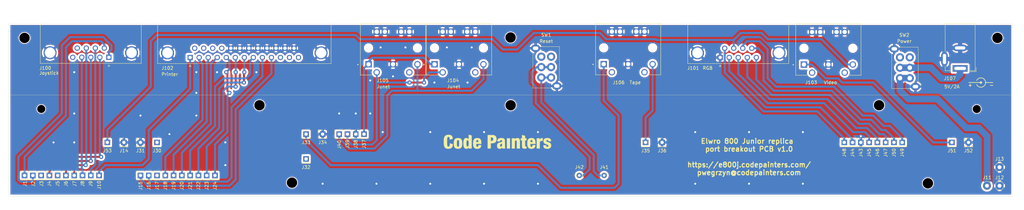
<source format=kicad_pcb>
(kicad_pcb (version 20240108) (generator "pcbnew") (generator_version "8.0")
  (layers (0 "F.Cu" signal) (31 "B.Cu" signal) (34 "B.Paste" user) (35 "F.Paste" user) (36 "B.SilkS" user "B.Silkscreen") (37 "F.SilkS" user "F.Silkscreen") (38 "B.Mask" user) (39 "F.Mask" user) (44 "Edge.Cuts" user))
  (net 0 "")
  (net 1 "Net-(J9-Pin_1)")
  (net 2 "/PA2")
  (net 3 "/PA1")
  (net 4 "/PA3")
  (net 5 "/PA4")
  (net 6 "/PA7")
  (net 7 "/PA0")
  (net 8 "/PA5")
  (net 9 "/PA6")
  (net 10 "/~{PRN_STRB}")
  (net 11 "/~{PRN_ACK}")
  (net 12 "/PRN_D7")
  (net 14 "/PRN_D0")
  (net 15 "/PRN_D1")
  (net 16 "/PRN_D2")
  (net 17 "/PRN_D6")
  (net 18 "/PRN_D5")
  (net 19 "/PRN_D4")
  (net 20 "/PRN_D3")
  (net 21 "/TAPE_OUT")
  (net 22 "GND")
  (net 23 "/TAPE_IN")
  (net 24 "/DATA_NET")
  (net 25 "/~{BUSY_NET}")
  (net 26 "/CLK_NET")
  (net 27 "Net-(J41-Pin_1)")
  (net 28 "Net-(J42-Pin_1)")
  (net 29 "/~{SYNC}")
  (net 30 "/R")
  (net 31 "/G")
  (net 32 "/B")
  (net 33 "/BRIGHT")
  (net 34 "/SYN H")
  (net 35 "/SYN V")
  (net 36 "/~{LUM}")
  (net 39 "/FON")
  (net 53 "Net-(J11-Pin_1)")
  (net 58 "Net-(J107-Pad1)")
  (footprint "Connector_PinHeader_2.54mm:PinHeader_1x01_P2.54mm_Vertical" (layer "F.Cu") (at 222.25 69.85)
    (property "Reference" "J38")
    (property "Value" "~")
  )
  (footprint "Connector_PinHeader_2.54mm:PinHeader_1x01_P2.54mm_Vertical" (layer "F.Cu") (at 176.53 82.55)
    (property "Reference" "J23")
    (property "Value" "Conn_01x01_Socket")
  )
  (footprint "e800j_custom:mth32" (layer "F.Cu") (at 202.692 84.7725)
    (property "Reference" "MH6" (hide yes))
    (property "Value" "mth32")
  )
  (footprint "Connector_PinHeader_2.54mm:PinHeader_1x01_P2.54mm_Vertical" (layer "F.Cu") (at 140.97 82.55)
    (property "Reference" "J9")
    (property "Value" "Conn_01x01_Socket")
  )
  (footprint "ports_pcb:pin24" (layer "F.Cu") (at 419.735 85.725 90)
    (property "Reference" "J12")
    (property "Value" "Conn_01x01_Socket")
  )
  (footprint "e800j_custom:mth25" (layer "F.Cu") (at 412.75 62.121)
    (property "Reference" "MH5" (hide yes))
    (property "Value" "mth25" (hide yes))
  )
  (footprint "" (layer "F.Cu") (at 419.1 40.259)
    (property "Reference" "")
    (property "Value" "")
  )
  (footprint "ports_pcb:CUI_SDS-50J" (layer "F.Cu") (at 253.92 43.354 180)
    (property "Reference" "J104")
    (property "Value" "Junet")
  )
  (footprint "e800j_custom:pin" (layer "F.Cu") (at 298.45 82.55)
    (property "Reference" "J41")
    (property "Value" "RESET1")
  )
  (footprint "Connector_PinHeader_2.54mm:PinHeader_1x01_P2.54mm_Vertical" (layer "F.Cu") (at 125.73 82.55)
    (property "Reference" "J3")
    (property "Value" "Conn_01x01_Socket")
  )
  (footprint "Connector_PinHeader_2.54mm:PinHeader_1x01_P2.54mm_Vertical" (layer "F.Cu") (at 163.83 82.55)
    (property "Reference" "J18")
    (property "Value" "Conn_01x01_Socket")
  )
  (footprint "Connector_PinHeader_2.54mm:PinHeader_1x01_P2.54mm_Vertical" (layer "F.Cu") (at 382.27 72.39)
    (property "Reference" "J46")
    (property "Value" "Conn_01x01_Socket")
  )
  (footprint "Connector_PinHeader_2.54mm:PinHeader_1x01_P2.54mm_Vertical" (layer "F.Cu") (at 128.27 82.55)
    (property "Reference" "J4")
    (property "Value" "Conn_01x01_Socket")
  )
  (footprint "Connector_PinHeader_2.54mm:PinHeader_1x01_P2.54mm_Vertical" (layer "F.Cu") (at 374.65 72.39)
    (property "Reference" "J44")
    (property "Value" "Conn_01x01_Socket")
  )
  (footprint "ports_pcb:CUI_SDS-50J" (layer "F.Cu") (at 305.816 43.307 180)
    (property "Reference" "J106")
    (property "Value" "Tape")
  )
  (footprint "e800j_custom:mth32" (layer "F.Cu") (at 192.7225 60.96)
    (property "Reference" "MH2" (hide yes))
    (property "Value" "mth32")
  )
  (footprint "e800j_custom:mth32" (layer "F.Cu") (at 382.777 60.96)
    (property "Reference" "MH4" (hide yes))
    (property "Value" "mth32")
  )
  (footprint "Connector_BarrelJack:BarrelJack_GCT_DCJ200-10-A_Horizontal" (layer "F.Cu") (at 407.644 49.636 180)
    (property "Reference" "J107")
    (property "Value" "5V/2A")
  )
  (footprint "Connector_PinHeader_2.54mm:PinHeader_1x01_P2.54mm_Vertical" (layer "F.Cu") (at 405.13 72.39)
    (property "Reference" "J51")
    (property "Value" "Conn_01x01_Socket")
  )
  (footprint "Connector_Dsub:DSUB-9_Female_Horizontal_P2.77x2.84mm_EdgePinOffset7.70mm_Housed_MountingHolesOffset9.12mm" (layer "F.Cu") (at 334.048 46.274 180)
    (property "Reference" "J101")
    (property "Value" "RGB")
  )
  (footprint "Connector_PinHeader_2.54mm:PinHeader_1x01_P2.54mm_Vertical" (layer "F.Cu") (at 135.89 82.55)
    (property "Reference" "J7")
    (property "Value" "Conn_01x01_Socket")
  )
  (footprint "Connector_PinHeader_2.54mm:PinHeader_1x01_P2.54mm_Vertical" (layer "F.Cu") (at 389.89 72.39)
    (property "Reference" "J49")
    (property "Value" "Conn_01x01_Socket")
  )
  (footprint "Connector_Dsub:DSUB-9_Male_Horizontal_P2.77x2.84mm_EdgePinOffset7.70mm_Housed_MountingHolesOffset9.12mm" (layer "F.Cu") (at 146.52 46.228669 180)
    (property "Reference" "J100")
    (property "Value" "Joystick")
  )
  (footprint "ports_pcb:logo" (layer "F.Cu") (at 266.065 73.66)
    (property "Reference" "REF**" (hide yes))
    (property "Value" "logo" (hide yes))
  )
  (footprint "Connector_PinHeader_2.54mm:PinHeader_1x01_P2.54mm_Vertical" (layer "F.Cu") (at 151.13 72.39)
    (property "Reference" "J14")
    (property "Value" "Conn_01x01_Socket")
  )
  (footprint "Connector_PinHeader_2.54mm:PinHeader_1x01_P2.54mm_Vertical" (layer "F.Cu") (at 130.81 82.55)
    (property "Reference" "J5")
    (property "Value" "Conn_01x01_Socket")
  )
  (footprint "ports_pcb:pin24" (layer "F.Cu") (at 419.735 80.01)
    (property "Reference" "J13")
    (property "Value" "Conn_01x01_Socket")
  )
  (footprint "Connector_PinHeader_2.54mm:PinHeader_1x01_P2.54mm_Vertical" (layer "F.Cu") (at 410.21 72.39)
    (property "Reference" "J52")
    (property "Value" "Conn_01x01_Socket")
  )
  (footprint "e800j_custom:pin" (layer "F.Cu") (at 290.83 82.55)
    (property "Reference" "J42")
    (property "Value" "RESET2")
  )
  (footprint "Connector_PinHeader_2.54mm:PinHeader_1x01_P2.54mm_Vertical" (layer "F.Cu") (at 311.15 72.39)
    (property "Reference" "J35")
    (property "Value" "Conn_01x01_Socket")
  )
  (footprint "Connector_PinHeader_2.54mm:PinHeader_1x01_P2.54mm_Vertical" (layer "F.Cu") (at 146.05 72.39)
    (property "Reference" "J53")
    (property "Value" "Conn_01x01_Socket")
  )
  (footprint "Connector_PinHeader_2.54mm:PinHeader_1x01_P2.54mm_Vertical" (layer "F.Cu") (at 138.43 82.55)
    (property "Reference" "J8")
    (property "Value" "Conn_01x01_Socket")
  )
  (footprint "Connector_PinHeader_2.54mm:PinHeader_1x01_P2.54mm_Vertical" (layer "F.Cu") (at 133.35 82.55)
    (property "Reference" "J6")
    (property "Value" "Conn_01x01_Socket")
  )
  (footprint "Connector_PinHeader_2.54mm:PinHeader_1x01_P2.54mm_Vertical" (layer "F.Cu") (at 387.349999 72.384457)
    (property "Reference" "J50")
    (property "Value" "Conn_01x01_Socket")
  )
  (footprint "Connector_PinHeader_2.54mm:PinHeader_1x01_P2.54mm_Vertical" (layer "F.Cu") (at 224.79 69.85)
    (property "Reference" "J37")
    (property "Value" "~")
  )
  (footprint "Connector_PinHeader_2.54mm:PinHeader_1x01_P2.54mm_Vertical" (layer "F.Cu") (at 158.75 82.55)
    (property "Reference" "J16")
    (property "Value" "Conn_01x01_Socket")
  )
  (footprint "Connector_PinHeader_2.54mm:PinHeader_1x01_P2.54mm_Vertical" (layer "F.Cu") (at 179.07 82.55)
    (property "Reference" "J24")
    (property "Value" "Conn_01x01_Socket")
  )
  (footprint "Connector_PinHeader_2.54mm:PinHeader_1x01_P2.54mm_Vertical" (layer "F.Cu") (at 156.21 72.39)
    (property "Reference" "J31")
    (property "Value" "Conn_01x01_Socket")
  )
  (footprint "Connector_PinHeader_2.54mm:PinHeader_1x01_P2.54mm_Vertical" (layer "F.Cu") (at 379.73 72.39)
    (property "Reference" "J45")
    (property "Value" "Conn_01x01_Socket")
  )
  (footprint "Connector_PinHeader_2.54mm:PinHeader_1x01_P2.54mm_Vertical" (layer "F.Cu") (at 120.65 82.55)
    (property "Reference" "J1")
    (property "Value" "Conn_01x01_Socket")
  )
  (footprint "Connector_PinHeader_2.54mm:PinHeader_1x01_P2.54mm_Vertical" (layer "F.Cu") (at 212.09 69.85)
    (property "Reference" "J34")
    (property "Value" "Conn_01x01_Socket")
  )
  (footprint "ports_pcb:CUI_SDS-50J" (layer "F.Cu") (at 367.238 43.434 180)
    (property "Reference" "J103")
    (property "Value" "Video")
  )
  (footprint "Connector_PinHeader_2.54mm:PinHeader_1x01_P2.54mm_Vertical" (layer "F.Cu") (at 207.01 69.85)
    (property "Reference" "J33")
    (property "Value" "Conn_01x01_Socket")
  )
  (footprint "ports_pcb:PS-22F03" (layer "F.Cu") (at 390.7 43.628 180)
    (property "Reference" "SW2")
    (property "Value" "Power")
  )
  (footprint "" (layer "F.Cu") (at 120.65 40.259)
    (property "Reference" "")
    (property "Value" "")
  )
  (footprint "Connector_PinHeader_2.54mm:PinHeader_1x01_P2.54mm_Vertical" (layer "F.Cu") (at 173.99 82.55)
    (property "Reference" "J22")
    (property "Value" "Conn_01x01_Socket")
  )
  (footprint "Connector_PinHeader_2.54mm:PinHeader_1x01_P2.54mm_Vertical" (layer "F.Cu") (at 219.71 69.85)
    (property "Reference" "J39")
    (property "Value" "~")
  )
  (footprint "Connector_Dsub:DSUB-25_Female_Horizontal_P2.77x2.84mm_EdgePinOffset7.70mm_Housed_MountingHolesOffset9.12mm" (layer "F.Cu") (at 171.45 46.274 180)
    (property "Reference" "J102")
    (property "Value" "Printer")
  )
  (footprint "Connector_PinHeader_2.54mm:PinHeader_1x01_P2.54mm_Vertical" (layer "F.Cu") (at 217.17 69.85)
    (property "Reference" "J40")
    (property "Value" "~")
  )
  (footprint "Connector_PinHeader_2.54mm:PinHeader_1x01_P2.54mm_Vertical" (layer "F.Cu") (at 161.29 72.39)
    (property "Reference" "J30")
    (property "Value" "Conn_01x01_Socket")
  )
  (footprint "ports_pcb:CUI_SDS-50J" (layer "F.Cu") (at 233.68 43.354 180)
    (property "Reference" "J105")
    (property "Value" "Junet")
  )
  (footprint "e800j_custom:mth25" (layer "F.Cu") (at 125.777 62.103)
    (property "Reference" "MH1" (hide yes))
    (property "Value" "mth25" (hide yes))
  )
  (footprint "Connector_PinHeader_2.54mm:PinHeader_1x01_P2.54mm_Vertical" (layer "F.Cu") (at 372.11 72.39)
    (property "Reference" "J48")
    (property "Value" "Conn_01x01_Socket")
  )
  (footprint "Connector_PinHeader_2.54mm:PinHeader_1x01_P2.54mm_Vertical" (layer "F.Cu") (at 377.19 72.39)
    (property "Reference" "J43")
    (property "Value" "Conn_01x01_Socket")
  )
  (footprint "Connector_PinHeader_2.54mm:PinHeader_1x01_P2.54mm_Vertical" (layer "F.Cu") (at 143.51 82.55)
    (property "Reference" "J10")
    (property "Value" "Conn_01x01_Socket")
  )
  (footprint "" (layer "F.Cu") (at 269.748 40.132)
    (property "Reference" "")
    (property "Value" "")
  )
  (footprint "Connector_PinHeader_2.54mm:PinHeader_1x01_P2.54mm_Vertical" (layer "F.Cu") (at 316.23 72.39)
    (property "Reference" "J36")
    (property "Value" "Conn_01x01_Socket")
  )
  (footprint "Connector_PinHeader_2.54mm:PinHeader_1x01_P2.54mm_Vertical" (layer "F.Cu") (at 166.37 82.55)
    (property "Reference" "J19")
    (property "Value" "Conn_01x01_Socket")
  )
  (footprint "e800j_custom:mth32" (layer "F.Cu") (at 269.777 60.96)
    (property "Reference" "MH3" (hide yes))
    (property "Value" "mth32")
  )
  (footprint "Connector_PinHeader_2.54mm:PinHeader_1x01_P2.54mm_Vertical" (layer "F.Cu") (at 207.01 77.47)
    (property "Reference" "J32")
    (property "Value" "Conn_01x01_Socket")
  )
  (footprint "Connector_PinHeader_2.54mm:PinHeader_1x01_P2.54mm_Vertical" (layer "F.Cu") (at 171.45 82.55)
    (property "Reference" "J21")
    (property "Value" "Conn_01x01_Socket")
  )
  (footprint "Connector_PinHeader_2.54mm:PinHeader_1x01_P2.54mm_Vertical" (layer "F.Cu") (at 168.91 82.55)
    (property "Reference" "J20")
    (property "Value" "Conn_01x01_Socket")
  )
  (footprint "ports_pcb:PS-22F03" (layer "F.Cu") (at 280.67 43.434 180)
    (property "Reference" "SW1")
    (property "Value" "Reset")
  )
  (footprint "Connector_PinHeader_2.54mm:PinHeader_1x01_P2.54mm_Vertical" (layer "F.Cu") (at 156.21 82.55)
    (property "Reference" "J15")
    (property "Value" "Conn_01x01_Socket")
  )
  (footprint "Connector_PinHeader_2.54mm:PinHeader_1x01_P2.54mm_Vertical" (layer "F.Cu") (at 123.19 82.55)
    (property "Reference" "J2")
    (property "Value" "Conn_01x01_Socket")
  )
  (footprint "ports_pcb:pin24" (layer "F.Cu") (at 415.879336 85.725 90)
    (property "Reference" "J11")
    (property "Value" "Conn_01x01_Socket")
  )
  (footprint "Connector_PinHeader_2.54mm:PinHeader_1x01_P2.54mm_Vertical" (layer "F.Cu") (at 161.29 82.55)
    (property "Reference" "J17")
    (property "Value" "Conn_01x01_Socket")
  )
  (footprint "Connector_PinHeader_2.54mm:PinHeader_1x01_P2.54mm_Vertical" (layer "F.Cu") (at 384.81 72.39)
    (property "Reference" "J47")
    (property "Value" "Conn_01x01_Socket")
  )
  (footprint "e800j_custom:mth32" (layer "F.Cu") (at 397.764 84.963)
    (property "Reference" "MH7" (hide yes))
    (property "Value" "mth32" (hide yes))
  )
  (gr_line (start 115.824 57.785) (end 423.799 57.785) (stroke (width 0.05)) (layer "F.SilkS"))
  (gr_circle (center 414.02 53.975001) (end 414.02 54.279801) (stroke (width 0.1)) (fill solid) (layer "F.SilkS"))
  (gr_line (start 414.02 53.975001) (end 410.337 53.975001) (stroke (width 0.2032)) (layer "F.SilkS"))
  (gr_line (start 415.461971 53.974999) (end 417.703 53.975) (stroke (width 0.2032)) (layer "F.SilkS"))
  (gr_arc (start 412.730262 53.330131) (mid 415.461971 53.975) (end 412.730263 54.619872) (stroke (width 0.2032)) (layer "F.SilkS"))
  (gr_line (start 115.824 57.785) (end 115.824 35.814) (stroke (width 0.05)) (layer "Edge.Cuts"))
  (gr_line (start 115.824 88.9) (end 423.799 88.9) (stroke (width 0.05)) (layer "Edge.Cuts"))
  (gr_line (start 115.824 88.9) (end 115.824 57.785) (stroke (width 0.05)) (layer "Edge.Cuts"))
  (gr_line (start 423.799 57.785) (end 423.799 88.9) (stroke (width 0.05)) (layer "Edge.Cuts"))
  (gr_line (start 423.799 35.814) (end 115.824 35.814) (stroke (width 0.05)) (layer "Edge.Cuts"))
  (gr_line (start 423.799 57.785) (end 423.799 35.814) (stroke (width 0.05)) (layer "Edge.Cuts"))
  (gr_text "Elwro 800 Junior replica \nport breakout PCB v1.0\n\nhttps://e800j.codepainters.com/\npwegrzyn@codepainters.com" (at 342.9 82.55 0) (layer "F.SilkS") (effects (font (size 1.5 1.5) (thickness 0.3) (bold yes)) (justify bottom)))
  (gr_text "-" (at 416.56 55.372 0) (layer "F.SilkS") (effects (font (size 1 1) (thickness 0.2) (bold yes)) (justify left bottom)))
  (gr_text "+" (at 410.21 54.102 -90) (layer "F.SilkS") (effects (font (size 1 1) (thickness 0.2) (bold yes)) (justify left bottom)))
  (segment (start 142.365 79.25) (end 140.97 80.645) (width 0.6096) (layer "B.Cu") (net 1))
  (segment (start 140.97 80.645) (end 140.97 82.55) (width 0.6096) (layer "B.Cu") (net 1))
  (segment (start 142.365 43.388669) (end 142.365 79.25) (width 0.6096) (layer "B.Cu") (net 1))
  (segment (start 132.08 80.01) (end 129.54 80.01) (width 0.6096) (layer "F.Cu") (net 2))
  (segment (start 144.145 76.835) (end 135.255 76.835) (width 0.6096) (layer "F.Cu") (net 2))
  (segment (start 129.54 80.01) (end 128.27 81.28) (width 0.6096) (layer "F.Cu") (net 2))
  (segment (start 128.27 81.28) (end 128.27 82.55) (width 0.6096) (layer "F.Cu") (net 2))
  (segment (start 135.255 76.835) (end 132.08 80.01) (width 0.6096) (layer "F.Cu") (net 2))
  (via (at 144.145 76.835) (size 1.27) (drill 0.6) (layers "F.Cu" "B.Cu") (net 2))
  (segment (start 143.75 46.228669) (end 143.75 76.44) (width 0.6096) (layer "B.Cu") (net 2))
  (segment (start 143.75 76.44) (end 144.145 76.835) (width 0.6096) (layer "B.Cu") (net 2))
  (segment (start 140.97 78.105) (end 135.89 78.105) (width 0.6096) (layer "F.Cu") (net 3))
  (segment (start 135.89 78.105) (end 133.35 80.645) (width 0.6096) (layer "F.Cu") (net 3))
  (segment (start 133.35 80.645) (end 133.35 82.55) (width 0.6096) (layer "F.Cu") (net 3))
  (via (at 140.97 78.105) (size 1.27) (drill 0.6) (layers "F.Cu" "B.Cu") (net 3))
  (segment (start 140.98 46.228669) (end 140.98 56.515) (width 0.6096) (layer "B.Cu") (net 3))
  (segment (start 140.98 56.515) (end 140.98 78.095) (width 0.6096) (layer "B.Cu") (net 3))
  (segment (start 140.98 78.095) (end 140.97 78.105) (width 0.6096) (layer "B.Cu") (net 3))
  (segment (start 132.08 63.5) (end 132.08 42.545) (width 0.6096) (layer "B.Cu") (net 4))
  (segment (start 132.08 42.545) (end 134.62 40.005) (width 0.6096) (layer "B.Cu") (net 4))
  (segment (start 134.62 40.005) (end 144.78 40.005) (width 0.6096) (layer "B.Cu") (net 4))
  (segment (start 147.32 43.815) (end 146.52 44.615) (width 0.6096) (layer "B.Cu") (net 4))
  (segment (start 146.52 44.615) (end 146.52 46.228669) (width 0.6096) (layer "B.Cu") (net 4))
  (segment (start 147.32 42.545) (end 147.32 43.815) (width 0.6096) (layer "B.Cu") (net 4))
  (segment (start 123.19 84.1375) (end 122.8725 84.455) (width 0.6096) (layer "B.Cu") (net 4))
  (segment (start 119.38 84.455) (end 118.745 83.82) (width 0.6096) (layer "B.Cu") (net 4))
  (segment (start 123.19 82.55) (end 123.19 84.1375) (width 0.6096) (layer "B.Cu") (net 4))
  (segment (start 144.78 40.005) (end 147.32 42.545) (width 0.6096) (layer "B.Cu") (net 4))
  (segment (start 122.8725 84.455) (end 119.38 84.455) (width 0.6096) (layer "B.Cu") (net 4))
  (segment (start 118.745 83.82) (end 118.745 76.835) (width 0.6096) (layer "B.Cu") (net 4))
  (segment (start 118.745 76.835) (end 132.08 63.5) (width 0.6096) (layer "B.Cu") (net 4))
  (segment (start 133.35 43.18) (end 133.35 64.135) (width 0.6096) (layer "B.Cu") (net 5))
  (segment (start 133.35 64.135) (end 120.65 76.835) (width 0.6096) (layer "B.Cu") (net 5))
  (segment (start 144.145 41.275) (end 135.255 41.275) (width 0.6096) (layer "B.Cu") (net 5))
  (segment (start 145.135 43.388669) (end 145.135 42.265) (width 0.6096) (layer "B.Cu") (net 5))
  (segment (start 135.255 41.275) (end 133.35 43.18) (width 0.6096) (layer "B.Cu") (net 5))
  (segment (start 120.65 76.835) (end 120.65 82.55) (width 0.6096) (layer "B.Cu") (net 5))
  (segment (start 145.135 42.265) (end 144.145 41.275) (width 0.6096) (layer "B.Cu") (net 5))
  (segment (start 136.525 79.375) (end 135.89 80.01) (width 0.6096) (layer "F.Cu") (net 6))
  (segment (start 139.3825 79.375) (end 136.525 79.375) (width 0.6096) (layer "F.Cu") (net 6))
  (segment (start 135.89 80.01) (end 135.89 82.55) (width 0.6096) (layer "F.Cu") (net 6))
  (via (at 139.3825 79.375) (size 1.27) (drill 0.6) (layers "F.Cu" "B.Cu") (net 6))
  (segment (start 139.3825 79.375) (end 139.595 79.1625) (width 0.6096) (layer "B.Cu") (net 6))
  (segment (start 139.595 79.1625) (end 139.595 43.388669) (width 0.6096) (layer "B.Cu") (net 6))
  (segment (start 138.21 46.228669) (end 138.21 80.425) (width 0.6096) (layer "B.Cu") (net 7))
  (segment (start 138.21 80.425) (end 138.43 80.645) (width 0.6096) (layer "B.Cu") (net 7))
  (segment (start 138.43 80.645) (end 138.43 82.55) (width 0.6096) (layer "B.Cu") (net 7))
  (segment (start 145.415 79.375) (end 156.845 79.375) (width 0.6096) (layer "B.Cu") (net 10))
  (segment (start 158.75 68.58) (end 171.45 55.88) (width 0.6096) (layer "B.Cu") (net 10))
  (segment (start 143.51 82.55) (end 143.51 81.28) (width 0.6096) (layer "B.Cu") (net 10))
  (segment (start 143.51 81.28) (end 145.415 79.375) (width 0.6096) (layer "B.Cu") (net 10))
  (segment (start 171.45 55.88) (end 171.45 46.355) (width 0.6096) (layer "B.Cu") (net 10))
  (segment (start 156.845 79.375) (end 158.75 77.47) (width 0.6096) (layer "B.Cu") (net 10))
  (segment (start 158.75 77.47) (end 158.75 68.58) (width 0.6096) (layer "B.Cu") (net 10))
  (segment (start 185.42 62.23) (end 185.42 83.82) (width 0.6096) (layer "B.Cu") (net 11))
  (segment (start 158.4325 85.725) (end 156.21 83.5025) (width 0.6096) (layer "B.Cu") (net 11))
  (segment (start 196.38 51.27) (end 185.42 62.23) (width 0.6096) (layer "B.Cu") (net 11))
  (segment (start 196.38 46.274) (end 196.38 51.27) (width 0.6096) (layer "B.Cu") (net 11))
  (segment (start 156.21 83.5025) (end 156.21 82.55) (width 0.6096) (layer "B.Cu") (net 11))
  (segment (start 185.42 83.82) (end 183.515 85.725) (width 0.6096) (layer "B.Cu") (net 11))
  (segment (start 183.515 85.725) (end 158.4325 85.725) (width 0.6096) (layer "B.Cu") (net 11))
  (segment (start 184.15 83.185) (end 182.88 84.455) (width 0.6096) (layer "B.Cu") (net 12))
  (segment (start 193.61 52.135) (end 184.15 61.595) (width 0.6096) (layer "B.Cu") (net 12))
  (segment (start 158.75 83.82) (end 158.75 82.55) (width 0.6096) (layer "B.Cu") (net 12))
  (segment (start 159.385 84.455) (end 158.75 83.82) (width 0.6096) (layer "B.Cu") (net 12))
  (segment (start 193.61 46.274) (end 193.61 52.135) (width 0.6096) (layer "B.Cu") (net 12))
  (segment (start 182.88 84.455) (end 159.385 84.455) (width 0.6096) (layer "B.Cu") (net 12))
  (segment (start 184.15 61.595) (end 184.15 83.185) (width 0.6096) (layer "B.Cu") (net 12))
  (segment (start 175.26 48.26) (end 175.26 65.405) (width 0.6096) (layer "B.Cu") (net 14))
  (segment (start 175.26 65.405) (end 163.83 76.835) (width 0.6096) (layer "B.Cu") (net 14))
  (segment (start 163.83 76.835) (end 163.83 82.55) (width 0.6096) (layer "B.Cu") (net 14))
  (segment (start 174.22 47.22) (end 175.26 48.26) (width 0.6096) (layer "B.Cu") (net 14))
  (segment (start 174.22 46.274) (end 174.22 47.22) (width 0.6096) (layer "B.Cu") (net 14))
  (segment (start 176.53 47.91) (end 176.53 66.04) (width 0.6096) (layer "B.Cu") (net 15))
  (segment (start 176.99 46.274) (end 176.99 47.45) (width 0.6096) (layer "B.Cu") (net 15))
  (segment (start 176.53 66.04) (end 166.37 76.2) (width 0.6096) (layer "B.Cu") (net 15))
  (segment (start 176.99 47.45) (end 176.53 47.91) (width 0.6096) (layer "B.Cu") (net 15))
  (segment (start 166.37 76.2) (end 166.37 82.55) (width 0.6096) (layer "B.Cu") (net 15))
  (segment (start 177.8 66.675) (end 168.91 75.565) (width 0.6096) (layer "B.Cu") (net 16))
  (segment (start 179.76 46.274) (end 177.8 48.234) (width 0.6096) (layer "B.Cu") (net 16))
  (segment (start 177.8 48.234) (end 177.8 66.675) (width 0.6096) (layer "B.Cu") (net 16))
  (segment (start 168.91 75.565) (end 168.91 82.55) (width 0.6096) (layer "B.Cu") (net 16))
  (segment (start 179.07 55.245) (end 179.07 67.31) (width 0.6096) (layer "B.Cu") (net 17))
  (segment (start 179.07 67.31) (end 171.45 74.93) (width 0.6096) (layer "B.Cu") (net 17))
  (segment (start 190.84 46.274) (end 189.865 47.249) (width 0.6096) (layer "B.Cu") (net 17))
  (segment (start 171.45 74.93) (end 171.45 82.55) (width 0.6096) (layer "B.Cu") (net 17))
  (segment (start 188.595 52.705) (end 181.61 52.705) (width 0.6096) (layer "B.Cu") (net 17))
  (segment (start 189.865 47.249) (end 189.865 51.435) (width 0.6096) (layer "B.Cu") (net 17))
  (segment (start 189.865 51.435) (end 188.595 52.705) (width 0.6096) (layer "B.Cu") (net 17))
  (segment (start 181.61 52.705) (end 179.07 55.245) (width 0.6096) (layer "B.Cu") (net 17))
  (segment (start 187.96 50.91) (end 188.07 50.8) (width 0.6096) (layer "F.Cu") (net 18))
  (segment (start 187.96 53.975) (end 187.96 50.91) (width 0.6096) (layer "F.Cu") (net 18))
  (via (at 187.96 53.975) (size 1.27) (drill 0.6) (layers "F.Cu" "B.Cu") (net 18))
  (via (at 188.07 50.8) (size 1.27) (drill 0.6) (layers "F.Cu" "B.Cu") (net 18))
  (segment (start 188.07 50.8) (end 188.07 46.274) (width 0.6096) (layer "B.Cu") (net 18))
  (segment (start 187.96 53.975) (end 182.245 53.975) (width 0.6096) (layer "B.Cu") (net 18))
  (segment (start 182.245 53.975) (end 180.34 55.88) (width 0.6096) (layer "B.Cu") (net 18))
  (segment (start 173.99 74.295) (end 173.99 82.55) (width 0.6096) (layer "B.Cu") (net 18))
  (segment (start 180.34 67.945) (end 173.99 74.295) (width 0.6096) (layer "B.Cu") (net 18))
  (segment (start 180.34 55.88) (end 180.34 67.945) (width 0.6096) (layer "B.Cu") (net 18))
  (segment (start 185.42 55.245) (end 185.42 50.8) (width 0.6096) (layer "F.Cu") (net 19))
  (via (at 185.42 50.8) (size 1.27) (drill 0.6) (layers "F.Cu" "B.Cu") (net 19))
  (via (at 185.42 55.245) (size 1.27) (drill 0.6) (layers "F.Cu" "B.Cu") (net 19))
  (segment (start 181.61 68.58) (end 176.53 73.66) (width 0.6096) (layer "B.Cu") (net 19))
  (segment (start 176.53 73.66) (end 176.53 82.55) (width 0.6096) (layer "B.Cu") (net 19))
  (segment (start 185.42 55.245) (end 182.88 55.245) (width 0.6096) (layer "B.Cu") (net 19))
  (segment (start 185.42 46.394) (end 185.3 46.274) (width 0.6096) (layer "B.Cu") (net 19))
  (segment (start 182.88 55.245) (end 181.61 56.515) (width 0.6096) (layer "B.Cu") (net 19))
  (segment (start 185.42 50.8) (end 185.42 46.394) (width 0.6096) (layer "B.Cu") (net 19))
  (segment (start 181.61 56.515) (end 181.61 68.58) (width 0.6096) (layer "B.Cu") (net 19))
  (segment (start 182.88 56.515) (end 182.88 51.15) (width 0.6096) (layer "F.Cu") (net 20))
  (segment (start 183.515 57.15) (end 182.88 56.515) (width 0.6096) (layer "F.Cu") (net 20))
  (segment (start 182.88 51.15) (end 182.53 50.8) (width 0.6096) (layer "F.Cu") (net 20))
  (via (at 182.53 50.8) (size 1.27) (drill 0.6) (layers "F.Cu" "B.Cu") (net 20))
  (via (at 183.515 57.15) (size 1.27) (drill 0.6) (layers "F.Cu" "B.Cu") (net 20))
  (segment (start 183.515 47.259) (end 182.53 46.274) (width 0.6096) (layer "B.Cu") (net 20))
  (segment (start 182.88 57.785) (end 182.88 69.215) (width 0.6096) (layer "B.Cu") (net 20))
  (segment (start 182.88 69.215) (end 179.07 73.025) (width 0.6096) (layer "B.Cu") (net 20))
  (segment (start 182.53 50.8) (end 183.515 49.815) (width 0.6096) (layer "B.Cu") (net 20))
  (segment (start 179.07 73.025) (end 179.07 82.55) (width 0.6096) (layer "B.Cu") (net 20))
  (segment (start 183.515 57.15) (end 182.88 57.785) (width 0.6096) (layer "B.Cu") (net 20))
  (segment (start 183.515 49.815) (end 183.515 47.259) (width 0.6096) (layer "B.Cu") (net 20))
  (segment (start 301.625 86.36) (end 285.115 86.36) (width 0.6096) (layer "B.Cu") (net 21))
  (segment (start 302.895 64.135) (end 302.895 85.09) (width 0.6096) (layer "B.Cu") (net 21))
  (segment (start 214.63 79.375) (end 207.01 71.755) (width 0.6096) (layer "B.Cu") (net 21))
  (segment (start 298.316 59.556) (end 302.895 64.135) (width 0.6096) (layer "B.Cu") (net 21))
  (segment (start 207.01 71.755) (end 207.01 69.85) (width 0.6096) (layer "B.Cu") (net 21))
  (segment (start 298.316 48.307) (end 298.316 59.556) (width 0.6096) (layer "B.Cu") (net 21))
  (segment (start 278.13 79.375) (end 214.63 79.375) (width 0.6096) (layer "B.Cu") (net 21))
  (segment (start 302.895 85.09) (end 301.625 86.36) (width 0.6096) (layer "B.Cu") (net 21))
  (segment (start 285.115 86.36) (end 278.13 79.375) (width 0.6096) (layer "B.Cu") (net 21))
  (via (at 165.1 69.85) (size 1.27) (drill 0.6) (layers "F.Cu" "B.Cu") (net 22))
  (via (at 217.17 63.5) (size 1.27) (drill 0.6) (layers "F.Cu" "B.Cu") (net 22))
  (via (at 222.25 63.5) (size 1.27) (drill 0.6) (layers "F.Cu" "B.Cu") (net 22))
  (via (at 245.11 69.215) (size 1.27) (drill 0.6) (layers "F.Cu" "B.Cu") (net 22))
  (via (at 326.39 69.215) (size 1.27) (drill 0.6) (layers "F.Cu" "B.Cu") (net 22))
  (via (at 237.49 43.18) (size 1.27) (drill 0.6) (layers "F.Cu" "B.Cu") (net 22))
  (via (at 278.13 69.215) (size 1.27) (drill 0.6) (layers "F.Cu" "B.Cu") (net 22))
  (via (at 261.62 69.215) (size 1.27) (drill 0.6) (layers "F.Cu" "B.Cu") (net 22))
  (via (at 377.19 70.485) (size 1.27) (drill 0.6) (layers "F.Cu" "B.Cu") (net 22))
  (via (at 173.355 57.15) (size 1.27) (drill 0.6) (layers "F.Cu" "B.Cu") (net 22))
  (via (at 342.9 85.09) (size 1.27) (drill 0.6) (layers "F.Cu" "B.Cu") (net 22))
  (via (at 246.38 53.975) (size 1.27) (drill 0.6) (layers "F.Cu" "B.Cu") (net 22))
  (via (at 156.21 64.135) (size 1.27) (drill 0.6) (layers "F.Cu" "B.Cu") (net 22))
  (via (at 173.355 50.8) (size 1.27) (drill 0.6) (layers "F.Cu" "B.Cu") (net 22))
  (via (at 250.19 43.18) (size 1.27) (drill 0.6) (layers "F.Cu" "B.Cu") (net 22))
  (via (at 191.77 50.8) (size 1.27) (drill 0.6) (layers "F.Cu" "B.Cu") (net 22))
  (via (at 226.695 53.34) (size 1.27) (drill 0.6) (layers "F.Cu" "B.Cu") (net 22))
  (via (at 182.245 79.375) (size 1.27) (drill 0.6) (layers "F.Cu" "B.Cu") (net 22))
  (via (at 359.41 85.09) (size 1.27) (drill 0.6) (layers "F.Cu" "B.Cu") (net 22))
  (via (at 233.68 52.07) (size 1.27) (drill 0.6) (layers "F.Cu" "B.Cu") (net 22))
  (via (at 326.39 85.09) (size 1.27) (drill 0.6) (layers "F.Cu" "B.Cu") (net 22))
  (via (at 278.13 85.09) (size 1.27) (drill 0.6) (layers "F.Cu" "B.Cu") (net 22))
  (via (at 256.54 53.975) (size 1.27) (drill 0.6) (layers "F.Cu" "B.Cu") (net 22))
  (via (at 179.705 50.8) (size 1.27) (drill 0.6) (layers "F.Cu" "B.Cu") (net 22))
  (via (at 245.11 85.09) (size 1.27) (drill 0.6) (layers "F.Cu" "B.Cu") (net 22))
  (via (at 173.355 64.135) (size 1.27) (drill 0.6) (layers "F.Cu" "B.Cu") (net 22))
  (via (at 135.89 63.5) (size 1.27) (drill 0.6) (layers "F.Cu" "B.Cu") (net 22))
  (via (at 135.89 72.39) (size 1.27) (drill 0.6) (layers "F.Cu" "B.Cu") (net 22))
  (via (at 230.505 69.215) (size 1.27) (drill 0.6) (layers "F.Cu" "B.Cu") (net 22))
  (via (at 229.87 43.18) (size 1.27) (drill 0.6) (layers "F.Cu" "B.Cu") (net 22))
  (via (at 135.89 50.8) (size 1.27) (drill 0.6) (layers "F.Cu" "B.Cu") (net 22))
  (via (at 212.09 85.09) (size 1.27) (drill 0.6) (layers "F.Cu" "B.Cu") (net 22))
  (via (at 228.6 85.09) (size 1.27) (drill 0.6) (layers "F.Cu" "B.Cu") (net 22))
  (via (at 226.695 63.5) (size 1.27) (drill 0.6) (layers "F.Cu" "B.Cu") (net 22))
  (via (at 261.62 85.09) (size 1.27) (drill 0.6) (layers "F.Cu" "B.Cu") (net 22))
  (via (at 359.41 69.215) (size 1.27) (drill 0.6) (layers "F.Cu" "B.Cu") (net 22))
  (via (at 129.54 72.39) (size 1.27) (drill 0.6) (layers "F.Cu" "B.Cu") (net 22))
  (via (at 182.245 72.39) (size 1.27) (drill 0.6) (layers "F.Cu" "B.Cu") (net 22))
  (via (at 342.9 69.215) (size 1.27) (drill 0.6) (layers "F.Cu" "B.Cu") (net 22))
  (via (at 257.81 43.18) (size 1.27) (drill 0.6) (layers "F.Cu" "B.Cu") (net 22))
  (segment (start 313.316 48.307) (end 313.316 62.604) (width 0.6096) (layer "B.Cu") (net 23))
  (segment (start 313.316 62.604) (end 311.15 64.77) (width 0.6096) (layer "B.Cu") (net 23))
  (segment (start 311.15 64.77) (end 311.15 72.39) (width 0.6096) (layer "B.Cu") (net 23))
  (segment (start 226.06 47.625) (end 226.06 48.26) (width 0.6096) (layer "B.Cu") (net 24))
  (segment (start 227.33 46.355) (end 226.06 47.625) (width 0.6096) (layer "B.Cu") (net 24))
  (segment (start 245.204 48.354) (end 243.205 46.355) (width 0.6096) (layer "B.Cu") (net 24))
  (segment (start 243.205 46.355) (end 227.33 46.355) (width 0.6096) (layer "B.Cu") (net 24))
  (segment (start 246.42 48.354) (end 245.204 48.354) (width 0.6096) (layer "B.Cu") (net 24))
  (segment (start 224.79 49.53) (end 224.79 69.85) (width 0.6096) (layer "B.Cu") (net 24))
  (segment (start 225.966 48.354) (end 224.79 49.53) (width 0.6096) (layer "B.Cu") (net 24))
  (segment (start 226.18 48.354) (end 225.966 48.354) (width 0.6096) (layer "B.Cu") (net 24))
  (segment (start 238.76 53.975) (end 243.205 53.975) (width 0.6096) (layer "F.Cu") (net 25))
  (via (at 238.76 53.975) (size 1.27) (drill 0.6) (layers "F.Cu" "B.Cu") (net 25))
  (via (at 243.205 53.975) (size 1.27) (drill 0.6) (layers "F.Cu" "B.Cu") (net 25))
  (segment (start 220.98 73.025) (end 219.71 71.755) (width 0.6096) (layer "B.Cu") (net 25))
  (segment (start 228.68 53.975) (end 228.68 53.34) (width 0.6096) (layer "B.Cu") (net 25))
  (segment (start 238.76 53.975) (end 228.68 53.975) (width 0.6096) (layer "B.Cu") (net 25))
  (segment (start 219.71 71.755) (end 219.71 69.85) (width 0.6096) (layer "B.Cu") (net 25))
  (segment (start 228.68 53.34) (end 228.68 71.675) (width 0.6096) (layer "B.Cu") (net 25))
  (segment (start 227.33 73.025) (end 220.98 73.025) (width 0.6096) (layer "B.Cu") (net 25))
  (segment (start 243.205 53.975) (end 243.205 52.451) (width 0.6096) (layer "B.Cu") (net 25))
  (segment (start 228.68 50.854) (end 228.68 53.34) (width 0.6096) (layer "B.Cu") (net 25))
  (segment (start 244.802 50.854) (end 248.92 50.854) (width 0.6096) (layer "B.Cu") (net 25))
  (segment (start 228.68 71.675) (end 227.33 73.025) (width 0.6096) (layer "B.Cu") (net 25))
  (segment (start 243.205 52.451) (end 244.802 50.854) (width 0.6096) (layer "B.Cu") (net 25))
  (segment (start 217.17 71.12) (end 220.345 74.295) (width 0.6096) (layer "B.Cu") (net 26))
  (segment (start 217.17 69.85) (end 217.17 71.12) (width 0.6096) (layer "B.Cu") (net 26))
  (segment (start 241.18 56.515) (end 241.18 53.975) (width 0.6096) (layer "B.Cu") (net 26))
  (segment (start 261.42 52.905) (end 257.81 56.515) (width 0.6096) (layer "B.Cu") (net 26))
  (segment (start 231.902 70.358) (end 231.902 57.912) (width 0.6096) (layer "B.Cu") (net 26))
  (segment (start 233.299 56.515) (end 241.18 56.515) (width 0.6096) (layer "B.Cu") (net 26))
  (segment (start 257.81 56.515) (end 241.18 56.515) (width 0.6096) (layer "B.Cu") (net 26))
  (segment (start 261.42 48.354) (end 261.42 52.905) (width 0.6096) (layer "B.Cu") (net 26))
  (segment (start 220.345 74.295) (end 227.965 74.295) (width 0.6096) (layer "B.Cu") (net 26))
  (segment (start 231.902 57.912) (end 233.299 56.515) (width 0.6096) (layer "B.Cu") (net 26))
  (segment (start 227.965 74.295) (end 231.902 70.358) (width 0.6096) (layer "B.Cu") (net 26))
  (segment (start 241.18 53.975) (end 241.18 48.354) (width 0.6096) (layer "B.Cu") (net 26))
  (segment (start 279.17 60.095) (end 295.275 76.2) (width 0.6096) (layer "B.Cu") (net 27))
  (segment (start 295.275 81.28) (end 296.545 82.55) (width 0.6096) (layer "B.Cu") (net 27))
  (segment (start 296.545 82.55) (end 298.45 82.55) (width 0.6096) (layer "B.Cu") (net 27))
  (segment (start 279.17 52.434) (end 279.17 60.095) (width 0.6096) (layer "B.Cu") (net 27))
  (segment (start 282.17 52.434) (end 279.163 52.434) (width 0.6096) (layer "B.Cu") (net 27))
  (segment (start 279.163 52.434) (end 279.146 52.451) (width 0.6096) (layer "B.Cu") (net 27))
  (segment (start 295.275 76.2) (end 295.275 81.28) (width 0.6096) (layer "B.Cu") (net 27))
  (segment (start 276.225 53.975) (end 277.495 55.245) (width 0.6096) (layer "B.Cu") (net 28))
  (segment (start 276.225 50.8) (end 276.225 53.975) (width 0.6096) (layer "B.Cu") (net 28))
  (segment (start 282.17 49.234) (end 280.839 49.234) (width 0.6096) (layer "B.Cu") (net 28))
  (segment (start 277.791 49.234) (end 276.225 50.8) (width 0.6096) (layer "B.Cu") (net 28))
  (segment (start 294.005 80.645) (end 292.1 82.55) (width 0.6096) (layer "B.Cu") (net 28))
  (segment (start 280.839 49.234) (end 280.797 49.276) (width 0.6096) (layer "B.Cu") (net 28))
  (segment (start 277.495 55.245) (end 277.495 60.325) (width 0.6096) (layer "B.Cu") (net 28))
  (segment (start 292.1 82.55) (end 290.83 82.55) (width 0.6096) (layer "B.Cu") (net 28))
  (segment (start 277.495 60.325) (end 294.005 76.835) (width 0.6096) (layer "B.Cu") (net 28))
  (segment (start 294.005 76.835) (end 294.005 80.645) (width 0.6096) (layer "B.Cu") (net 28))
  (segment (start 279.17 49.234) (end 277.791 49.234) (width 0.6096) (layer "B.Cu") (net 28))
  (segment (start 280.755 49.234) (end 280.797 49.276) (width 0.6096) (layer "B.Cu") (net 28))
  (segment (start 279.17 49.234) (end 280.755 49.234) (width 0.6096) (layer "B.Cu") (net 28))
  (segment (start 374.65 71.4375) (end 374.65 72.39) (width 0.6096) (layer "B.Cu") (net 29))
  (segment (start 336.818 50.433) (end 347.98 61.595) (width 0.6096) (layer "B.Cu") (net 29))
  (segment (start 336.818 46.274) (end 336.818 50.433) (width 0.6096) (layer "B.Cu") (net 29))
  (segment (start 364.8075 61.595) (end 374.65 71.4375) (width 0.6096) (layer "B.Cu") (net 29))
  (segment (start 347.98 61.595) (end 364.8075 61.595) (width 0.6096) (layer "B.Cu") (net 29))
  (segment (start 339.588 46.274) (end 339.588 51.298) (width 0.6096) (layer "B.Cu") (net 30))
  (segment (start 379.73 70.485) (end 379.73 72.39) (width 0.6096) (layer "B.Cu") (net 30))
  (segment (start 339.588 51.298) (end 348.615 60.325) (width 0.6096) (layer "B.Cu") (net 30))
  (segment (start 348.615 60.325) (end 365.91875 60.325) (width 0.6096) (layer "B.Cu") (net 30))
  (segment (start 378.46 69.215) (end 379.73 70.485) (width 0.6096) (layer "B.Cu") (net 30))
  (segment (start 365.91875 60.325) (end 374.80875 69.215) (width 0.6096) (layer "B.Cu") (net 30))
  (segment (start 374.80875 69.215) (end 378.46 69.215) (width 0.6096) (layer "B.Cu") (net 30))
  (segment (start 349.25 59.055) (end 366.87125 59.055) (width 0.6096) (layer "B.Cu") (net 31))
  (segment (start 342.358 52.163) (end 349.25 59.055) (width 0.6096) (layer "B.Cu") (net 31))
  (segment (start 382.27 71.12) (end 382.27 72.39) (width 0.6096) (layer "B.Cu") (net 31))
  (segment (start 342.358 46.274) (end 342.358 52.163) (width 0.6096) (layer "B.Cu") (net 31))
  (segment (start 379.095 67.945) (end 382.27 71.12) (width 0.6096) (layer "B.Cu") (net 31))
  (segment (start 375.76125 67.945) (end 379.095 67.945) (width 0.6096) (layer "B.Cu") (net 31))
  (segment (start 366.87125 59.055) (end 375.76125 67.945) (width 0.6096) (layer "B.Cu") (net 31))
  (segment (start 384.175 69.85) (end 384.81 70.485) (width 0.6096) (layer "B.Cu") (net 32))
  (segment (start 345.128 53.028) (end 349.885 57.785) (width 0.6096) (layer "B.Cu") (net 32))
  (segment (start 349.885 57.785) (end 367.665 57.785) (width 0.6096) (layer "B.Cu") (net 32))
  (segment (start 345.128 46.274) (end 345.128 53.028) (width 0.6096) (layer "B.Cu") (net 32))
  (segment (start 367.665 57.785) (end 376.555 66.675) (width 0.6096) (layer "B.Cu") (net 32))
  (segment (start 376.555 66.675) (end 379.73 66.675) (width 0.6096) (layer "B.Cu") (net 32))
  (segment (start 384.81 70.485) (end 384.81 72.39) (width 0.6096) (layer "B.Cu") (net 32))
  (segment (start 379.73 66.675) (end 382.905 69.85) (width 0.6096) (layer "B.Cu") (net 32))
  (segment (start 382.905 69.85) (end 384.175 69.85) (width 0.6096) (layer "B.Cu") (net 32))
  (segment (start 363.855 62.865) (end 372.11 71.12) (width 0.6096) (layer "B.Cu") (net 33))
  (segment (start 335.433 43.434) (end 335.433 50.953) (width 0.6096) (layer "B.Cu") (net 33))
  (segment (start 372.11 71.12) (end 372.11 72.39) (width 0.6096) (layer "B.Cu") (net 33))
  (segment (start 335.433 50.953) (end 347.345 62.865) (width 0.6096) (layer "B.Cu") (net 33))
  (segment (start 347.345 62.865) (end 363.855 62.865) (width 0.6096) (layer "B.Cu") (net 33))
  (segment (start 389.89 71.12) (end 389.89 72.39) (width 0.6096) (layer "B.Cu") (net 34))
  (segment (start 351.155 55.245) (end 368.935 55.245) (width 0.6096) (layer "B.Cu") (net 34))
  (segment (start 340.973 42.567) (end 342.265 41.275) (width 0.6096) (layer "B.Cu") (net 34))
  (segment (start 377.825 64.135) (end 381 64.135) (width 0.6096) (layer "B.Cu") (net 34))
  (segment (start 346.075 41.275) (end 348.615 43.815) (width 0.6096) (layer "B.Cu") (net 34))
  (segment (start 340.973 43.434) (end 340.973 42.567) (width 0.6096) (layer "B.Cu") (net 34))
  (segment (start 342.265 41.275) (end 346.075 41.275) (width 0.6096) (layer "B.Cu") (net 34))
  (segment (start 368.935 55.245) (end 377.825 64.135) (width 0.6096) (layer "B.Cu") (net 34))
  (segment (start 381 64.135) (end 384.175 67.31) (width 0.6096) (layer "B.Cu") (net 34))
  (segment (start 348.615 43.815) (end 348.615 52.705) (width 0.6096) (layer "B.Cu") (net 34))
  (segment (start 384.175 67.31) (end 386.08 67.31) (width 0.6096) (layer "B.Cu") (net 34))
  (segment (start 386.08 67.31) (end 389.89 71.12) (width 0.6096) (layer "B.Cu") (net 34))
  (segment (start 348.615 52.705) (end 351.155 55.245) (width 0.6096) (layer "B.Cu") (net 34))
  (segment (start 383.54 68.58) (end 384.81 68.58) (width 0.6096) (layer "B.Cu") (net 35))
  (segment (start 368.3 56.515) (end 377.19 65.405) (width 0.6096) (layer "B.Cu") (net 35))
  (segment (start 380.365 65.405) (end 383.54 68.58) (width 0.6096) (layer "B.Cu") (net 35))
  (segment (start 387.349999 71.119999) (end 387.349999 72.384457) (width 0.6096) (layer "B.Cu") (net 35))
  (segment (start 347.345 53.34) (end 350.52 56.515) (width 0.6096) (layer "B.Cu") (net 35))
  (segment (start 345.694 43.434) (end 347.345 45.085) (width 0.6096) (layer "B.Cu") (net 35))
  (segment (start 384.81 68.58) (end 387.349999 71.119999) (width 0.6096) (layer "B.Cu") (net 35))
  (segment (start 347.345 45.085) (end 347.345 53.34) (width 0.6096) (layer "B.Cu") (net 35))
  (segment (start 343.743 43.434) (end 345.694 43.434) (width 0.6096) (layer "B.Cu") (net 35))
  (segment (start 350.52 56.515) (end 368.3 56.515) (width 0.6096) (layer "B.Cu") (net 35))
  (segment (start 377.19 65.405) (end 380.365 65.405) (width 0.6096) (layer "B.Cu") (net 35))
  (segment (start 371.475 53.975) (end 381 53.975) (width 0.6096) (layer "B.Cu") (net 36))
  (segment (start 370.205 52.705) (end 371.475 53.975) (width 0.6096) (layer "B.Cu") (net 36))
  (segment (start 359.738 48.434) (end 362.124 48.434) (width 0.6096) (layer "B.Cu") (net 36))
  (segment (start 366.395 52.705) (end 370.205 52.705) (width 0.6096) (layer "B.Cu") (net 36))
  (segment (start 399.415 72.39) (end 405.13 72.39) (width 0.6096) (layer "B.Cu") (net 36))
  (segment (start 381 53.975) (end 399.415 72.39) (width 0.6096) (layer "B.Cu") (net 36))
  (segment (start 362.124 48.434) (end 366.395 52.705) (width 0.6096) (layer "B.Cu") (net 36))
  (segment (start 338.203 40.892) (end 340.36 38.735) (width 0.6096) (layer "B.Cu") (net 39))
  (segment (start 267.335 43.815) (end 264.16 40.64) (width 0.6096) (layer "B.Cu") (net 39))
  (segment (start 161.29 39.37) (end 159.385 41.275) (width 0.6096) (layer "B.Cu") (net 39))
  (segment (start 314.325 40.64) (end 299.085 40.64) (width 0.6096) (layer "B.Cu") (net 39))
  (segment (start 365.125 40.64) (end 372.919 48.434) (width 0.6096) (layer "B.Cu") (net 39))
  (segment (start 222.25 39.37) (end 161.29 39.37) (width 0.6096) (layer "B.Cu") (net 39))
  (segment (start 264.16 40.64) (end 223.52 40.64) (width 0.6096) (layer "B.Cu") (net 39))
  (segment (start 338.203 40.892) (end 314.577 40.892) (width 0.6096) (layer "B.Cu") (net 39))
  (segment (start 314.577 40.892) (end 314.325 40.64) (width 0.6096) (layer "B.Cu") (net 39))
  (segment (start 223.52 40.64) (end 222.25 39.37) (width 0.6096) (layer "B.Cu") (net 39))
  (segment (start 372.919 48.434) (end 374.738 48.434) (width 0.6096) (layer "B.Cu") (net 39))
  (segment (start 159.385 41.275) (end 159.385 55.245) (width 0.6096) (layer "B.Cu") (net 39))
  (segment (start 276.86 38.735) (end 271.78 43.815) (width 0.6096) (layer "B.Cu") (net 39))
  (segment (start 297.18 38.735) (end 276.86 38.735) (width 0.6096) (layer "B.Cu") (net 39))
  (segment (start 346.71 38.735) (end 348.615 40.64) (width 0.6096) (layer "B.Cu") (net 39))
  (segment (start 271.78 43.815) (end 267.335 43.815) (width 0.6096) (layer "B.Cu") (net 39))
  (segment (start 338.203 43.434) (end 338.203 40.892) (width 0.6096) (layer "B.Cu") (net 39))
  (segment (start 299.085 40.64) (end 297.18 38.735) (width 0.6096) (layer "B.Cu") (net 39))
  (segment (start 340.36 38.735) (end 346.71 38.735) (width 0.6096) (layer "B.Cu") (net 39))
  (segment (start 348.615 40.64) (end 365.125 40.64) (width 0.6096) (layer "B.Cu") (net 39))
  (segment (start 159.385 55.245) (end 146.05 68.58) (width 0.6096) (layer "B.Cu") (net 39))
  (segment (start 146.05 68.58) (end 146.05 72.39) (width 0.6096) (layer "B.Cu") (net 39))
  (segment (start 415.925 70.485) (end 415.925 85.725) (width 2.032) (layer "B.Cu") (net 53))
  (segment (start 400.685 59.055) (end 409.575 67.945) (width 2.032) (layer "B.Cu") (net 53))
  (segment (start 413.385 67.945) (end 415.925 70.485) (width 2.032) (layer "B.Cu") (net 53))
  (segment (start 389.305 52.628) (end 389.255 52.578) (width 0.6096) (layer "B.Cu") (net 53))
  (segment (start 409.575 67.945) (end 413.385 67.945) (width 2.032) (layer "B.Cu") (net 53))
  (segment (start 392.2 52.628) (end 389.305 52.628) (width 2.032) (layer "B.Cu") (net 53))
  (segment (start 389.2 56.46) (end 391.795 59.055) (width 2.032) (layer "B.Cu") (net 53))
  (segment (start 391.795 59.055) (end 400.685 59.055) (width 2.032) (layer "B.Cu") (net 53))
  (segment (start 389.2 52.628) (end 389.2 56.46) (width 2.032) (layer "B.Cu") (net 53))
  (segment (start 407.644 49.636) (end 407.644 51.461) (width 2.032) (layer "B.Cu") (net 58))
  (segment (start 407.644 51.461) (end 406.4 52.705) (width 2.032) (layer "B.Cu") (net 58))
  (segment (start 398.678 49.428) (end 401.955 52.705) (width 2.032) (layer "B.Cu") (net 58))
  (segment (start 392.2 49.428) (end 389.255 49.428) (width 2.032) (layer "B.Cu") (net 58))
  (segment (start 389.2 49.428) (end 389.865 49.428) (width 0.6096) (layer "B.Cu") (net 58))
  (segment (start 401.955 52.705) (end 406.4 52.705) (width 2.032) (layer "B.Cu") (net 58))
  (segment (start 392.2 49.428) (end 398.678 49.428) (width 2.032) (layer "B.Cu") (net 58))
  (zone (net 22) (net_name "GND") (layers "F&B.Cu") (connect_pads (clearance 0.627)) (min_thickness 0.25) (fill yes (thermal_gap 0.5) (thermal_bridge_width 0.762))
    (polygon (pts (xy 115.824 35.814) (xy 115.824 88.9) (xy 423.672 88.9) (xy 423.672 35.814)))
  )
)
</source>
